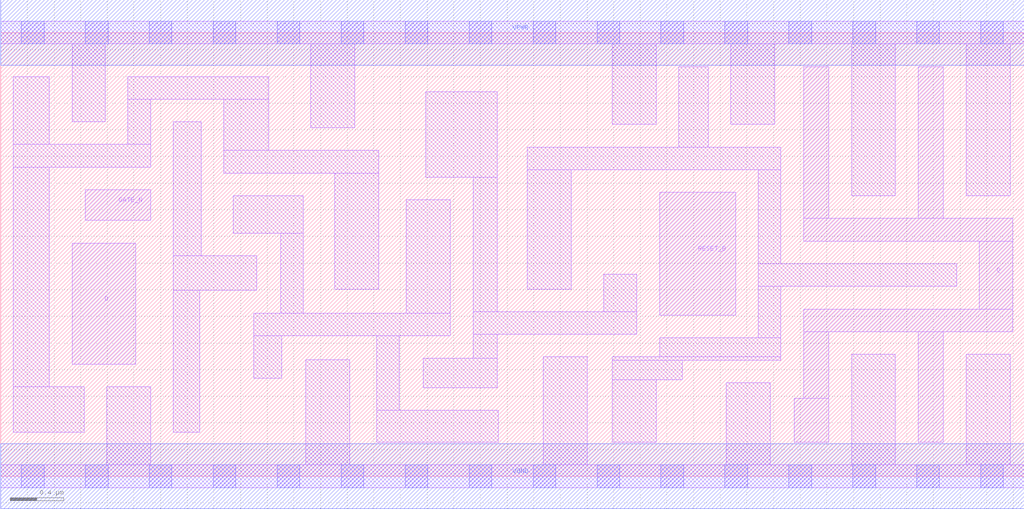
<source format=lef>
# Copyright 2020 The SkyWater PDK Authors
#
# Licensed under the Apache License, Version 2.0 (the "License");
# you may not use this file except in compliance with the License.
# You may obtain a copy of the License at
#
#     https://www.apache.org/licenses/LICENSE-2.0
#
# Unless required by applicable law or agreed to in writing, software
# distributed under the License is distributed on an "AS IS" BASIS,
# WITHOUT WARRANTIES OR CONDITIONS OF ANY KIND, either express or implied.
# See the License for the specific language governing permissions and
# limitations under the License.
#
# SPDX-License-Identifier: Apache-2.0

VERSION 5.7 ;
  NAMESCASESENSITIVE ON ;
  NOWIREEXTENSIONATPIN ON ;
  DIVIDERCHAR "/" ;
  BUSBITCHARS "[]" ;
UNITS
  DATABASE MICRONS 200 ;
END UNITS
MACRO sky130_fd_sc_lp__dlrtn_4
  CLASS CORE ;
  FOREIGN sky130_fd_sc_lp__dlrtn_4 ;
  ORIGIN  0.000000  0.000000 ;
  SIZE  7.680000 BY  3.330000 ;
  SYMMETRY X Y R90 ;
  SITE unit ;
  PIN D
    ANTENNAGATEAREA  0.159000 ;
    DIRECTION INPUT ;
    USE SIGNAL ;
    PORT
      LAYER li1 ;
        RECT 0.535000 0.840000 1.015000 1.750000 ;
    END
  END D
  PIN Q
    ANTENNADIFFAREA  1.188600 ;
    DIRECTION OUTPUT ;
    USE SIGNAL ;
    PORT
      LAYER li1 ;
        RECT 5.955000 0.255000 6.215000 0.585000 ;
        RECT 6.025000 0.585000 6.215000 1.085000 ;
        RECT 6.025000 1.085000 7.595000 1.255000 ;
        RECT 6.025000 1.765000 7.595000 1.935000 ;
        RECT 6.025000 1.935000 6.215000 3.075000 ;
        RECT 6.885000 0.255000 7.075000 1.085000 ;
        RECT 6.885000 1.935000 7.075000 3.075000 ;
        RECT 7.345000 1.255000 7.595000 1.765000 ;
    END
  END Q
  PIN RESET_B
    ANTENNAGATEAREA  0.315000 ;
    DIRECTION INPUT ;
    USE SIGNAL ;
    PORT
      LAYER li1 ;
        RECT 4.945000 1.210000 5.515000 2.130000 ;
    END
  END RESET_B
  PIN GATE_N
    ANTENNAGATEAREA  0.159000 ;
    DIRECTION INPUT ;
    USE CLOCK ;
    PORT
      LAYER li1 ;
        RECT 0.635000 1.920000 1.125000 2.150000 ;
    END
  END GATE_N
  PIN VGND
    DIRECTION INOUT ;
    USE GROUND ;
    PORT
      LAYER met1 ;
        RECT 0.000000 -0.245000 7.680000 0.245000 ;
    END
  END VGND
  PIN VPWR
    DIRECTION INOUT ;
    USE POWER ;
    PORT
      LAYER met1 ;
        RECT 0.000000 3.085000 7.680000 3.575000 ;
    END
  END VPWR
  OBS
    LAYER li1 ;
      RECT 0.000000 -0.085000 7.680000 0.085000 ;
      RECT 0.000000  3.245000 7.680000 3.415000 ;
      RECT 0.095000  0.330000 0.625000 0.670000 ;
      RECT 0.095000  0.670000 0.365000 2.320000 ;
      RECT 0.095000  2.320000 1.125000 2.490000 ;
      RECT 0.095000  2.490000 0.365000 3.000000 ;
      RECT 0.535000  2.660000 0.785000 3.245000 ;
      RECT 0.795000  0.085000 1.125000 0.670000 ;
      RECT 0.955000  2.490000 1.125000 2.830000 ;
      RECT 0.955000  2.830000 2.010000 3.000000 ;
      RECT 1.295000  0.330000 1.495000 1.395000 ;
      RECT 1.295000  1.395000 1.920000 1.655000 ;
      RECT 1.295000  1.655000 1.505000 2.660000 ;
      RECT 1.675000  2.275000 2.835000 2.445000 ;
      RECT 1.675000  2.445000 2.010000 2.830000 ;
      RECT 1.745000  1.825000 2.270000 2.105000 ;
      RECT 1.900000  0.735000 2.110000 1.055000 ;
      RECT 1.900000  1.055000 3.375000 1.225000 ;
      RECT 2.100000  1.225000 2.270000 1.825000 ;
      RECT 2.290000  0.085000 2.620000 0.875000 ;
      RECT 2.325000  2.615000 2.655000 3.245000 ;
      RECT 2.505000  1.405000 2.835000 2.275000 ;
      RECT 2.820000  0.255000 3.735000 0.495000 ;
      RECT 2.820000  0.495000 2.990000 1.055000 ;
      RECT 3.045000  1.225000 3.375000 2.075000 ;
      RECT 3.170000  0.665000 3.725000 0.885000 ;
      RECT 3.190000  2.245000 3.725000 2.885000 ;
      RECT 3.545000  0.885000 3.725000 1.065000 ;
      RECT 3.545000  1.065000 4.775000 1.235000 ;
      RECT 3.545000  1.235000 3.725000 2.245000 ;
      RECT 3.950000  1.405000 4.280000 2.300000 ;
      RECT 3.950000  2.300000 5.855000 2.470000 ;
      RECT 4.070000  0.085000 4.400000 0.895000 ;
      RECT 4.525000  1.235000 4.775000 1.515000 ;
      RECT 4.590000  0.255000 4.920000 0.725000 ;
      RECT 4.590000  0.725000 5.115000 0.870000 ;
      RECT 4.590000  0.870000 5.855000 0.895000 ;
      RECT 4.590000  2.640000 4.920000 3.245000 ;
      RECT 4.945000  0.895000 5.855000 1.040000 ;
      RECT 5.090000  2.470000 5.310000 3.075000 ;
      RECT 5.445000  0.085000 5.775000 0.700000 ;
      RECT 5.480000  2.640000 5.810000 3.245000 ;
      RECT 5.685000  1.040000 5.855000 1.425000 ;
      RECT 5.685000  1.425000 7.175000 1.595000 ;
      RECT 5.685000  1.595000 5.855000 2.300000 ;
      RECT 6.385000  0.085000 6.715000 0.915000 ;
      RECT 6.385000  2.105000 6.715000 3.245000 ;
      RECT 7.245000  0.085000 7.575000 0.915000 ;
      RECT 7.245000  2.105000 7.575000 3.245000 ;
    LAYER mcon ;
      RECT 0.155000 -0.085000 0.325000 0.085000 ;
      RECT 0.155000  3.245000 0.325000 3.415000 ;
      RECT 0.635000 -0.085000 0.805000 0.085000 ;
      RECT 0.635000  3.245000 0.805000 3.415000 ;
      RECT 1.115000 -0.085000 1.285000 0.085000 ;
      RECT 1.115000  3.245000 1.285000 3.415000 ;
      RECT 1.595000 -0.085000 1.765000 0.085000 ;
      RECT 1.595000  3.245000 1.765000 3.415000 ;
      RECT 2.075000 -0.085000 2.245000 0.085000 ;
      RECT 2.075000  3.245000 2.245000 3.415000 ;
      RECT 2.555000 -0.085000 2.725000 0.085000 ;
      RECT 2.555000  3.245000 2.725000 3.415000 ;
      RECT 3.035000 -0.085000 3.205000 0.085000 ;
      RECT 3.035000  3.245000 3.205000 3.415000 ;
      RECT 3.515000 -0.085000 3.685000 0.085000 ;
      RECT 3.515000  3.245000 3.685000 3.415000 ;
      RECT 3.995000 -0.085000 4.165000 0.085000 ;
      RECT 3.995000  3.245000 4.165000 3.415000 ;
      RECT 4.475000 -0.085000 4.645000 0.085000 ;
      RECT 4.475000  3.245000 4.645000 3.415000 ;
      RECT 4.955000 -0.085000 5.125000 0.085000 ;
      RECT 4.955000  3.245000 5.125000 3.415000 ;
      RECT 5.435000 -0.085000 5.605000 0.085000 ;
      RECT 5.435000  3.245000 5.605000 3.415000 ;
      RECT 5.915000 -0.085000 6.085000 0.085000 ;
      RECT 5.915000  3.245000 6.085000 3.415000 ;
      RECT 6.395000 -0.085000 6.565000 0.085000 ;
      RECT 6.395000  3.245000 6.565000 3.415000 ;
      RECT 6.875000 -0.085000 7.045000 0.085000 ;
      RECT 6.875000  3.245000 7.045000 3.415000 ;
      RECT 7.355000 -0.085000 7.525000 0.085000 ;
      RECT 7.355000  3.245000 7.525000 3.415000 ;
  END
END sky130_fd_sc_lp__dlrtn_4
END LIBRARY

</source>
